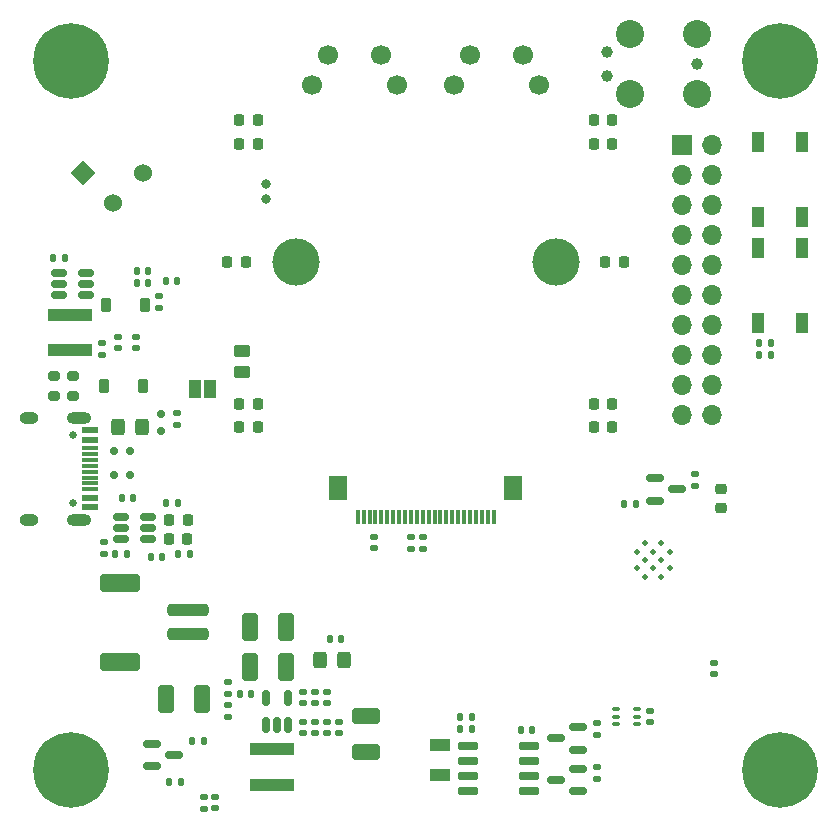
<source format=gts>
%TF.GenerationSoftware,KiCad,Pcbnew,8.0.0*%
%TF.CreationDate,2024-03-17T03:11:13-07:00*%
%TF.ProjectId,ai-camera-rev3.2,61692d63-616d-4657-9261-2d726576332e,rev3.2*%
%TF.SameCoordinates,PX5a995c0PY2aea540*%
%TF.FileFunction,Soldermask,Top*%
%TF.FilePolarity,Negative*%
%FSLAX46Y46*%
G04 Gerber Fmt 4.6, Leading zero omitted, Abs format (unit mm)*
G04 Created by KiCad (PCBNEW 8.0.0) date 2024-03-17 03:11:13*
%MOMM*%
%LPD*%
G01*
G04 APERTURE LIST*
G04 Aperture macros list*
%AMRoundRect*
0 Rectangle with rounded corners*
0 $1 Rounding radius*
0 $2 $3 $4 $5 $6 $7 $8 $9 X,Y pos of 4 corners*
0 Add a 4 corners polygon primitive as box body*
4,1,4,$2,$3,$4,$5,$6,$7,$8,$9,$2,$3,0*
0 Add four circle primitives for the rounded corners*
1,1,$1+$1,$2,$3*
1,1,$1+$1,$4,$5*
1,1,$1+$1,$6,$7*
1,1,$1+$1,$8,$9*
0 Add four rect primitives between the rounded corners*
20,1,$1+$1,$2,$3,$4,$5,0*
20,1,$1+$1,$4,$5,$6,$7,0*
20,1,$1+$1,$6,$7,$8,$9,0*
20,1,$1+$1,$8,$9,$2,$3,0*%
%AMRotRect*
0 Rectangle, with rotation*
0 The origin of the aperture is its center*
0 $1 length*
0 $2 width*
0 $3 Rotation angle, in degrees counterclockwise*
0 Add horizontal line*
21,1,$1,$2,0,0,$3*%
G04 Aperture macros list end*
%ADD10RoundRect,0.140000X-0.140000X-0.170000X0.140000X-0.170000X0.140000X0.170000X-0.140000X0.170000X0*%
%ADD11RoundRect,0.075000X0.250000X0.075000X-0.250000X0.075000X-0.250000X-0.075000X0.250000X-0.075000X0*%
%ADD12C,3.600000*%
%ADD13C,6.400000*%
%ADD14RoundRect,0.150000X-0.725000X-0.150000X0.725000X-0.150000X0.725000X0.150000X-0.725000X0.150000X0*%
%ADD15R,3.700000X1.100000*%
%ADD16RoundRect,0.140000X-0.170000X0.140000X-0.170000X-0.140000X0.170000X-0.140000X0.170000X0.140000X0*%
%ADD17RoundRect,0.200000X0.275000X-0.200000X0.275000X0.200000X-0.275000X0.200000X-0.275000X-0.200000X0*%
%ADD18C,4.000000*%
%ADD19RoundRect,0.135000X0.135000X0.185000X-0.135000X0.185000X-0.135000X-0.185000X0.135000X-0.185000X0*%
%ADD20RoundRect,0.150000X-0.150000X-0.200000X0.150000X-0.200000X0.150000X0.200000X-0.150000X0.200000X0*%
%ADD21R,1.000000X1.700000*%
%ADD22R,1.800000X1.000000*%
%ADD23RoundRect,0.250000X-0.325000X-0.450000X0.325000X-0.450000X0.325000X0.450000X-0.325000X0.450000X0*%
%ADD24RoundRect,0.218750X0.256250X-0.218750X0.256250X0.218750X-0.256250X0.218750X-0.256250X-0.218750X0*%
%ADD25RoundRect,0.135000X-0.135000X-0.185000X0.135000X-0.185000X0.135000X0.185000X-0.135000X0.185000X0*%
%ADD26RoundRect,0.218750X-0.218750X-0.256250X0.218750X-0.256250X0.218750X0.256250X-0.218750X0.256250X0*%
%ADD27RoundRect,0.250000X0.412500X0.925000X-0.412500X0.925000X-0.412500X-0.925000X0.412500X-0.925000X0*%
%ADD28RoundRect,0.140000X0.170000X-0.140000X0.170000X0.140000X-0.170000X0.140000X-0.170000X-0.140000X0*%
%ADD29RoundRect,0.135000X0.185000X-0.135000X0.185000X0.135000X-0.185000X0.135000X-0.185000X-0.135000X0*%
%ADD30C,1.700000*%
%ADD31RoundRect,0.135000X-0.185000X0.135000X-0.185000X-0.135000X0.185000X-0.135000X0.185000X0.135000X0*%
%ADD32RoundRect,0.250000X-1.500000X0.250000X-1.500000X-0.250000X1.500000X-0.250000X1.500000X0.250000X0*%
%ADD33RoundRect,0.250001X-1.449999X0.499999X-1.449999X-0.499999X1.449999X-0.499999X1.449999X0.499999X0*%
%ADD34RoundRect,0.250000X0.325000X0.450000X-0.325000X0.450000X-0.325000X-0.450000X0.325000X-0.450000X0*%
%ADD35R,1.000000X1.500000*%
%ADD36RoundRect,0.150000X0.512500X0.150000X-0.512500X0.150000X-0.512500X-0.150000X0.512500X-0.150000X0*%
%ADD37R,0.300000X1.300000*%
%ADD38R,1.600000X2.000000*%
%ADD39RoundRect,0.150000X0.587500X0.150000X-0.587500X0.150000X-0.587500X-0.150000X0.587500X-0.150000X0*%
%ADD40RoundRect,0.150000X-0.200000X0.150000X-0.200000X-0.150000X0.200000X-0.150000X0.200000X0.150000X0*%
%ADD41RoundRect,0.225000X0.225000X0.375000X-0.225000X0.375000X-0.225000X-0.375000X0.225000X-0.375000X0*%
%ADD42C,0.800000*%
%ADD43RotRect,1.524000X1.524000X45.000000*%
%ADD44C,1.524000*%
%ADD45RoundRect,0.150000X0.150000X-0.512500X0.150000X0.512500X-0.150000X0.512500X-0.150000X-0.512500X0*%
%ADD46R,1.700000X1.700000*%
%ADD47O,1.700000X1.700000*%
%ADD48RoundRect,0.225000X-0.225000X-0.375000X0.225000X-0.375000X0.225000X0.375000X-0.225000X0.375000X0*%
%ADD49RoundRect,0.140000X0.140000X0.170000X-0.140000X0.170000X-0.140000X-0.170000X0.140000X-0.170000X0*%
%ADD50RoundRect,0.150000X-0.587500X-0.150000X0.587500X-0.150000X0.587500X0.150000X-0.587500X0.150000X0*%
%ADD51C,0.650000*%
%ADD52R,1.450000X0.600000*%
%ADD53R,1.450000X0.300000*%
%ADD54O,2.100000X1.000000*%
%ADD55O,1.600000X1.000000*%
%ADD56RoundRect,0.250000X0.925000X-0.412500X0.925000X0.412500X-0.925000X0.412500X-0.925000X-0.412500X0*%
%ADD57RoundRect,0.250000X0.450000X-0.262500X0.450000X0.262500X-0.450000X0.262500X-0.450000X-0.262500X0*%
%ADD58C,0.500000*%
%ADD59C,2.374900*%
%ADD60C,0.990600*%
G04 APERTURE END LIST*
D10*
X11712000Y-47000000D03*
X12672000Y-47000000D03*
D11*
X52900000Y-61150000D03*
X52900000Y-60500000D03*
X52900000Y-59850000D03*
X51100000Y-59850000D03*
X51100000Y-60500000D03*
X51100000Y-61150000D03*
D12*
X5000000Y-65000000D03*
D13*
X5000000Y-65000000D03*
D14*
X38605000Y-62995000D03*
X38605000Y-64265000D03*
X38605000Y-65535000D03*
X38605000Y-66805000D03*
X43755000Y-66805000D03*
X43755000Y-65535000D03*
X43755000Y-64265000D03*
X43755000Y-62995000D03*
D12*
X5000000Y-5000000D03*
D13*
X5000000Y-5000000D03*
D15*
X22000000Y-63250000D03*
X22000000Y-66250000D03*
D16*
X25654000Y-58406000D03*
X25654000Y-59366000D03*
D17*
X5100000Y-33325000D03*
X5100000Y-31675000D03*
D18*
X24000000Y-22000000D03*
X46000000Y-22000000D03*
D10*
X43040000Y-61620000D03*
X44000000Y-61620000D03*
D19*
X14260000Y-66020000D03*
X13240000Y-66020000D03*
D17*
X3500000Y-33325000D03*
X3500000Y-31675000D03*
D19*
X16200000Y-62530000D03*
X15180000Y-62530000D03*
D20*
X10007500Y-37970000D03*
X8607500Y-37970000D03*
D21*
X66900000Y-20850000D03*
X66900000Y-27150000D03*
X63100000Y-20850000D03*
X63100000Y-27150000D03*
D22*
X36220000Y-65430000D03*
X36220000Y-62930000D03*
D23*
X8975000Y-35930000D03*
X11025000Y-35930000D03*
D16*
X12450000Y-24905000D03*
X12450000Y-25865000D03*
D24*
X60000000Y-42787500D03*
X60000000Y-41212500D03*
D25*
X63250000Y-28890000D03*
X64270000Y-28890000D03*
D26*
X13248987Y-45459099D03*
X14823987Y-45459099D03*
X19212500Y-36000000D03*
X20787500Y-36000000D03*
D25*
X14040000Y-46750000D03*
X15060000Y-46750000D03*
D27*
X16075000Y-59000000D03*
X13000000Y-59000000D03*
D25*
X37910000Y-61500000D03*
X38930000Y-61500000D03*
D28*
X34798000Y-46261000D03*
X34798000Y-45301000D03*
D29*
X49500000Y-62010000D03*
X49500000Y-60990000D03*
D30*
X44600000Y-7000000D03*
X37400000Y-7000000D03*
X43250000Y-4500000D03*
X38750000Y-4500000D03*
D27*
X23212500Y-56250000D03*
X20137500Y-56250000D03*
D15*
X4850000Y-29490000D03*
X4850000Y-26490000D03*
D26*
X19212500Y-12000000D03*
X20787500Y-12000000D03*
D10*
X26900000Y-53900000D03*
X27860000Y-53900000D03*
D31*
X13920000Y-34750000D03*
X13920000Y-35770000D03*
D32*
X14850000Y-51500000D03*
X14850000Y-53500000D03*
D33*
X9100000Y-55850000D03*
X9100000Y-49150000D03*
D34*
X28075000Y-55670000D03*
X26025000Y-55670000D03*
D26*
X49212500Y-34000000D03*
X50787500Y-34000000D03*
D10*
X19250000Y-58550000D03*
X20210000Y-58550000D03*
D35*
X16770000Y-32740000D03*
X15470000Y-32740000D03*
D26*
X19212500Y-34000000D03*
X20787500Y-34000000D03*
D31*
X18270000Y-57570000D03*
X18270000Y-58590000D03*
D16*
X8910000Y-28320000D03*
X8910000Y-29280000D03*
D26*
X13261486Y-43859099D03*
X14836486Y-43859099D03*
D31*
X18260000Y-59500000D03*
X18260000Y-60520000D03*
D16*
X17200000Y-67300000D03*
X17200000Y-68260000D03*
D36*
X6247500Y-24820000D03*
X6247500Y-23870000D03*
X6247500Y-22920000D03*
X3972500Y-22920000D03*
X3972500Y-23870000D03*
X3972500Y-24820000D03*
D37*
X40750000Y-43600000D03*
X40250000Y-43600000D03*
X39750000Y-43600000D03*
X39250000Y-43600000D03*
X38750000Y-43600000D03*
X38250000Y-43600000D03*
X37750000Y-43600000D03*
X37250000Y-43600000D03*
X36750000Y-43600000D03*
X36250000Y-43600000D03*
X35750000Y-43600000D03*
X35250000Y-43600000D03*
X34750000Y-43600000D03*
X34250000Y-43600000D03*
X33750000Y-43600000D03*
X33250000Y-43600000D03*
X32750000Y-43600000D03*
X32250000Y-43600000D03*
X31750000Y-43600000D03*
X31250000Y-43600000D03*
X30750000Y-43600000D03*
X30250000Y-43600000D03*
X29750000Y-43600000D03*
X29250000Y-43600000D03*
D38*
X42400000Y-41120000D03*
X27600000Y-41120000D03*
D26*
X49212500Y-10000000D03*
X50787500Y-10000000D03*
D39*
X47927500Y-63290000D03*
X47927500Y-61390000D03*
X46052500Y-62340000D03*
D29*
X16200000Y-68310000D03*
X16200000Y-67290000D03*
D40*
X12630000Y-36270000D03*
X12630000Y-34870000D03*
D26*
X19212500Y-10000000D03*
X20787500Y-10000000D03*
D30*
X32600000Y-7000000D03*
X25400000Y-7000000D03*
X31250000Y-4500000D03*
X26750000Y-4500000D03*
D21*
X66900000Y-11850000D03*
X66900000Y-18150000D03*
X63100000Y-11850000D03*
X63100000Y-18150000D03*
D41*
X11220000Y-25600000D03*
X7920000Y-25600000D03*
D10*
X10520000Y-23750000D03*
X11480000Y-23750000D03*
D42*
X21500000Y-16625000D03*
X21500000Y-15375000D03*
D25*
X3480000Y-21620000D03*
X4500000Y-21620000D03*
D26*
X49212500Y-12000000D03*
X50787500Y-12000000D03*
D29*
X49500000Y-65760000D03*
X49500000Y-64740000D03*
D28*
X59410000Y-56880000D03*
X59410000Y-55920000D03*
D16*
X27686000Y-60946000D03*
X27686000Y-61906000D03*
D43*
X5960000Y-14500000D03*
D44*
X8500000Y-17040000D03*
X11040000Y-14500000D03*
D16*
X25654000Y-60946000D03*
X25654000Y-61906000D03*
D20*
X10007500Y-40030000D03*
X8607500Y-40030000D03*
D45*
X21462500Y-61200000D03*
X22412500Y-61200000D03*
X23362500Y-61200000D03*
X23362500Y-58925000D03*
X21462500Y-58925000D03*
D16*
X24638000Y-60946000D03*
X24638000Y-61906000D03*
D29*
X7725000Y-46710000D03*
X7725000Y-45690000D03*
D16*
X26670000Y-60946000D03*
X26670000Y-61906000D03*
D26*
X49212500Y-36000000D03*
X50787500Y-36000000D03*
D12*
X65000000Y-5000000D03*
D13*
X65000000Y-5000000D03*
D28*
X26670000Y-59366000D03*
X26670000Y-58406000D03*
D25*
X37920000Y-60500000D03*
X38940000Y-60500000D03*
D46*
X56725000Y-12075000D03*
D47*
X59265000Y-12075000D03*
X56725000Y-14615000D03*
X59265000Y-14615000D03*
X56725000Y-17155000D03*
X59265000Y-17155000D03*
X56725000Y-19695000D03*
X59265000Y-19695000D03*
X56725000Y-22235000D03*
X59265000Y-22235000D03*
X56725000Y-24775000D03*
X59265000Y-24775000D03*
X56725000Y-27315000D03*
X59265000Y-27315000D03*
X56725000Y-29855000D03*
X59265000Y-29855000D03*
X56725000Y-32395000D03*
X59265000Y-32395000D03*
X56725000Y-34935000D03*
X59265000Y-34935000D03*
D10*
X10520000Y-22750000D03*
X11480000Y-22750000D03*
D28*
X33782000Y-46261000D03*
X33782000Y-45301000D03*
D31*
X57830000Y-39940000D03*
X57830000Y-40960000D03*
D28*
X54000000Y-60980000D03*
X54000000Y-60020000D03*
D26*
X50212500Y-22000000D03*
X51787500Y-22000000D03*
D48*
X7790000Y-32530000D03*
X11090000Y-32530000D03*
D25*
X13013986Y-42409099D03*
X14033986Y-42409099D03*
D49*
X10255000Y-41975000D03*
X9295000Y-41975000D03*
D25*
X8715000Y-46750000D03*
X9735000Y-46750000D03*
D26*
X18212500Y-22000000D03*
X19787500Y-22000000D03*
D50*
X54380000Y-40300000D03*
X54380000Y-42200000D03*
X56255000Y-41250000D03*
D51*
X5100000Y-36610000D03*
X5100000Y-42390000D03*
D52*
X6545000Y-36250000D03*
X6545000Y-37050000D03*
D53*
X6545000Y-38250000D03*
X6545000Y-39250000D03*
X6545000Y-39750000D03*
X6545000Y-40750000D03*
D52*
X6545000Y-41950000D03*
X6545000Y-42750000D03*
X6545000Y-42750000D03*
X6545000Y-41950000D03*
D53*
X6545000Y-41250000D03*
X6545000Y-40250000D03*
X6545000Y-38750000D03*
X6545000Y-37750000D03*
D52*
X6545000Y-37050000D03*
X6545000Y-36250000D03*
D54*
X5630000Y-35180000D03*
D55*
X1450000Y-35180000D03*
D54*
X5630000Y-43820000D03*
D55*
X1450000Y-43820000D03*
D12*
X65000000Y-65000000D03*
D13*
X65000000Y-65000000D03*
D28*
X10490000Y-29285000D03*
X10490000Y-28325000D03*
D19*
X52830000Y-42470000D03*
X51810000Y-42470000D03*
D28*
X24638000Y-59366000D03*
X24638000Y-58406000D03*
D50*
X11832500Y-62790000D03*
X11832500Y-64690000D03*
X13707500Y-63740000D03*
D25*
X63250000Y-29900000D03*
X64270000Y-29900000D03*
D28*
X30607000Y-46221000D03*
X30607000Y-45261000D03*
D39*
X47917500Y-66800000D03*
X47917500Y-64900000D03*
X46042500Y-65850000D03*
D56*
X29972000Y-63471500D03*
X29972000Y-60396500D03*
D36*
X11475000Y-45449999D03*
X11475000Y-44499999D03*
X11475000Y-43549999D03*
X9200000Y-43549999D03*
X9200000Y-44499999D03*
X9200000Y-45449999D03*
D57*
X19440000Y-31332500D03*
X19440000Y-29507500D03*
D27*
X23212500Y-52875001D03*
X20137500Y-52875001D03*
D16*
X7630000Y-28890000D03*
X7630000Y-29850000D03*
D49*
X13950000Y-23630000D03*
X12990000Y-23630000D03*
D58*
X54960000Y-48630000D03*
X53560000Y-48630000D03*
X55660000Y-47930000D03*
X54260000Y-47930000D03*
X52860000Y-47930000D03*
X54960000Y-47230000D03*
X53560000Y-47230000D03*
X55660000Y-46530000D03*
X54260000Y-46530000D03*
X52860000Y-46530000D03*
X54960000Y-45830000D03*
X53560000Y-45830000D03*
D59*
X58010000Y-2660000D03*
D60*
X58010000Y-5200000D03*
D59*
X58010000Y-7740000D03*
X52295000Y-2660000D03*
X52295000Y-7740000D03*
D60*
X50390000Y-4184000D03*
X50390000Y-6216000D03*
M02*

</source>
